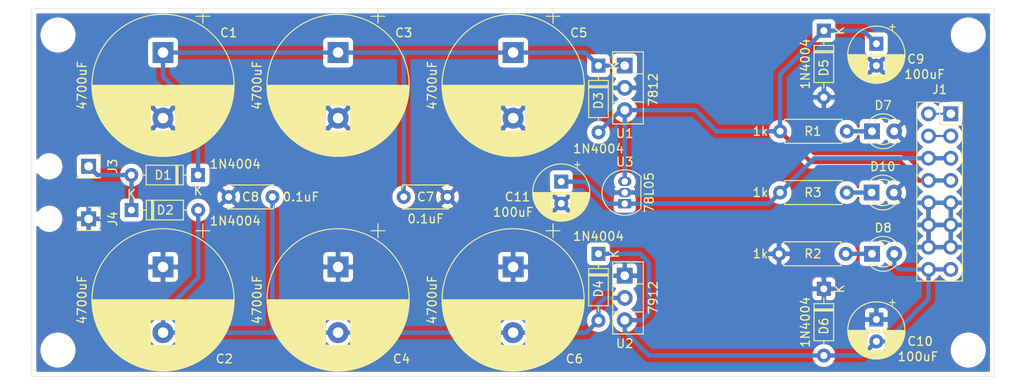
<source format=kicad_pcb>
(kicad_pcb (version 20171130) (host pcbnew "(5.1.4-0-10_14)")
  (layers (0 F.Cu signal) (31 B.Cu signal) (34 B.Paste user) (35 F.Paste user) (36 B.SilkS user) (37 F.SilkS user) (38 B.Mask user) (39 F.Mask user) (44 Edge.Cuts user))
  (net 0 "")
  (net 1 GND)
  (net 2 "Net-(C1-Pad1)")
  (net 3 "Net-(C2-Pad2)")
  (net 4 +5V)
  (net 5 +12V)
  (net 6 -12V)
  (net 7 "Net-(D1-Pad2)")
  (net 8 "Net-(D7-Pad1)")
  (net 9 "Net-(D8-Pad1)")
  (net 10 "Net-(D10-Pad1)")
  (net 11 /CV)
  (net 12 /Gate)
  (module Capacitor_THT:CP_Radial_D6.3mm_P2.50mm (layer F.Cu) (at 159.5 105.75 270)
    (fp_text reference C11 (at 1.75 5 180) (layer F.SilkS))
    (fp_text value 100uF (at 3.5 5.5 180) (layer F.SilkS))
    (pad 2 thru_hole circle (at 2.5 0 270) (size 1.6 1.6) (drill 0.8) (layers *.Cu *.Mask) (net 1 GND))
    (pad 1 thru_hole rect (at 0 0 270) (size 1.6 1.6) (drill 0.8) (layers *.Cu *.Mask) (net 4 +5V))
  )
  (module Capacitor_THT:CP_Radial_D6.3mm_P2.50mm (layer F.Cu) (at 195.5 121.5 270)
    (fp_text reference C10 (at 2.5 -5 180) (layer F.SilkS))
    (fp_text value 100uF (at 4.25 -4.75 180) (layer F.SilkS))
    (pad 2 thru_hole circle (at 2.5 0 270) (size 1.6 1.6) (drill 0.8) (layers *.Cu *.Mask) (net 6 -12V))
    (pad 1 thru_hole rect (at 0 0 270) (size 1.6 1.6) (drill 0.8) (layers *.Cu *.Mask) (net 1 GND))
  )
  (module Capacitor_THT:CP_Radial_D6.3mm_P2.50mm (layer F.Cu) (at 195.5 90 270)
    (fp_text reference C9 (at 1.75 -4.5 180) (layer F.SilkS))
    (fp_text value 100uF (at 3.5 -5.5 180) (layer F.SilkS))
    (pad 2 thru_hole circle (at 2.5 0 270) (size 1.6 1.6) (drill 0.8) (layers *.Cu *.Mask) (net 1 GND))
    (pad 1 thru_hole rect (at 0 0 270) (size 1.6 1.6) (drill 0.8) (layers *.Cu *.Mask) (net 5 +12V))
  )
  (module Package_TO_SOT_THT:TO-92_Inline (layer F.Cu) (at 166.75 108.27 90)
    (fp_text reference U3 (at 4.77 0 180) (layer F.SilkS))
    (fp_text value 78L05 (at 1.27 2.79 90) (layer F.SilkS))
    (pad 1 thru_hole rect (at 0 0 90) (size 1.05 1.5) (drill 0.75) (layers *.Cu *.Mask) (net 4 +5V))
    (pad 3 thru_hole oval (at 2.54 0 90) (size 1.05 1.5) (drill 0.75) (layers *.Cu *.Mask) (net 5 +12V))
    (pad 2 thru_hole oval (at 1.27 0 90) (size 1.05 1.5) (drill 0.75) (layers *.Cu *.Mask) (net 1 GND))
  )
  (module Package_TO_SOT_THT:TO-126-3_Vertical (layer F.Cu) (at 166.75 116.5 270)
    (fp_text reference U2 (at 7.75 0 180) (layer F.SilkS))
    (fp_text value 7912 (at 2.5 -3.25 90) (layer F.SilkS))
    (pad 3 thru_hole oval (at 5.08 0 270) (size 1.8 1.8) (drill 1) (layers *.Cu *.Mask) (net 6 -12V))
    (pad 2 thru_hole oval (at 2.54 0 270) (size 1.8 1.8) (drill 1) (layers *.Cu *.Mask) (net 3 "Net-(C2-Pad2)"))
    (pad 1 thru_hole rect (at 0 0 270) (size 1.8 1.8) (drill 1) (layers *.Cu *.Mask) (net 1 GND))
  )
  (module Package_TO_SOT_THT:TO-126-3_Vertical (layer F.Cu) (at 166.75 92.5 270)
    (fp_text reference U1 (at 7.75 0 180) (layer F.SilkS))
    (fp_text value 7812 (at 2.75 -3.25 90) (layer F.SilkS))
    (pad 3 thru_hole oval (at 5.08 0 270) (size 1.8 1.8) (drill 1) (layers *.Cu *.Mask) (net 5 +12V))
    (pad 2 thru_hole oval (at 2.54 0 270) (size 1.8 1.8) (drill 1) (layers *.Cu *.Mask) (net 1 GND))
    (pad 1 thru_hole rect (at 0 0 270) (size 1.8 1.8) (drill 1) (layers *.Cu *.Mask) (net 2 "Net-(C1-Pad1)"))
  )
  (module Resistor_THT:R_Axial_DIN0207_L6.3mm_D2.5mm_P7.62mm_Horizontal (layer F.Cu) (at 184.5 107)
    (fp_text reference R3 (at 3.75 0) (layer F.SilkS))
    (fp_text value 1k (at -2.25 0) (layer F.SilkS))
    (pad 2 thru_hole oval (at 7.62 0) (size 1.6 1.6) (drill 0.8) (layers *.Cu *.Mask) (net 10 "Net-(D10-Pad1)"))
    (pad 1 thru_hole circle (at 0 0) (size 1.6 1.6) (drill 0.8) (layers *.Cu *.Mask) (net 4 +5V))
  )
  (module Resistor_THT:R_Axial_DIN0207_L6.3mm_D2.5mm_P7.62mm_Horizontal (layer F.Cu) (at 192 114 180)
    (fp_text reference R2 (at 3.75 0) (layer F.SilkS))
    (fp_text value 1k (at 9.75 0) (layer F.SilkS))
    (pad 2 thru_hole oval (at 7.62 0 180) (size 1.6 1.6) (drill 0.8) (layers *.Cu *.Mask) (net 1 GND))
    (pad 1 thru_hole circle (at 0 0 180) (size 1.6 1.6) (drill 0.8) (layers *.Cu *.Mask) (net 9 "Net-(D8-Pad1)"))
  )
  (module Resistor_THT:R_Axial_DIN0207_L6.3mm_D2.5mm_P7.62mm_Horizontal (layer F.Cu) (at 184.5 100)
    (fp_text reference R1 (at 3.75 0) (layer F.SilkS))
    (fp_text value 1k (at -2.25 0) (layer F.SilkS))
    (pad 2 thru_hole oval (at 7.62 0) (size 1.6 1.6) (drill 0.8) (layers *.Cu *.Mask) (net 8 "Net-(D7-Pad1)"))
    (pad 1 thru_hole circle (at 0 0) (size 1.6 1.6) (drill 0.8) (layers *.Cu *.Mask) (net 5 +12V))
  )
  (module Connector_PinSocket_2.54mm:PinSocket_1x01_P2.54mm_Vertical (layer F.Cu) (at 105.5 110)
    (fp_text reference J4 (at 2.75 0 90) (layer F.SilkS))
    (fp_text value 12V)
    (pad 1 thru_hole rect (at 0 0) (size 1.7 1.7) (drill 1) (layers *.Cu *.Mask) (net 1 GND))
  )
  (module Connector_PinSocket_2.54mm:PinSocket_1x01_P2.54mm_Vertical (layer F.Cu) (at 105.5 104)
    (fp_text reference J3 (at 2.75 0 90) (layer F.SilkS))
    (fp_text value 12V)
    (pad 1 thru_hole rect (at 0 0) (size 1.7 1.7) (drill 1) (layers *.Cu *.Mask) (net 7 "Net-(D1-Pad2)"))
  )
  (module MountingHole:MountingHole_2mm (layer F.Cu) (at 101 110)
    (fp_text reference H6)
    (fp_text value -)
    (pad "" np_thru_hole circle (at 0 0) (size 2 2) (drill 2) (layers *.Cu *.Mask))
  )
  (module MountingHole:MountingHole_2mm (layer F.Cu) (at 101 104)
    (fp_text reference H5)
    (fp_text value +)
    (pad "" np_thru_hole circle (at 0 0) (size 2 2) (drill 2) (layers *.Cu *.Mask))
  )
  (module MountingHole:MountingHole_3mm (layer F.Cu) (at 102 125)
    (fp_text reference H4)
    (fp_text value H3)
    (pad 1 np_thru_hole circle (at 0 0) (size 3 3) (drill 3) (layers *.Cu *.Mask))
  )
  (module MountingHole:MountingHole_3mm (layer F.Cu) (at 206 125)
    (fp_text reference H3)
    (fp_text value H2)
    (pad 1 np_thru_hole circle (at 0 0) (size 3 3) (drill 3) (layers *.Cu *.Mask))
  )
  (module MountingHole:MountingHole_3mm (layer F.Cu) (at 206 89)
    (fp_text reference H2)
    (fp_text value H4)
    (pad 1 np_thru_hole circle (at 0 0) (size 3 3) (drill 3) (layers *.Cu *.Mask))
  )
  (module MountingHole:MountingHole_3mm (layer F.Cu) (at 102 89)
    (fp_text reference H1)
    (fp_text value H1)
    (pad 1 np_thru_hole circle (at 0 0) (size 3 3) (drill 3) (layers *.Cu *.Mask))
  )
  (module LED_THT:LED_D3.0mm (layer F.Cu) (at 194.96 107)
    (fp_text reference D10 (at 1.27 -2.96) (layer F.SilkS))
    (fp_text value LED)
    (pad 2 thru_hole circle (at 2.54 0) (size 1.8 1.8) (drill 0.9) (layers *.Cu *.Mask) (net 1 GND))
    (pad 1 thru_hole rect (at 0 0) (size 1.8 1.8) (drill 0.9) (layers *.Cu *.Mask) (net 10 "Net-(D10-Pad1)"))
  )
  (module LED_THT:LED_D3.0mm (layer F.Cu) (at 195 114)
    (fp_text reference D8 (at 1.27 -2.96) (layer F.SilkS))
    (fp_text value LED)
    (pad 2 thru_hole circle (at 2.54 0) (size 1.8 1.8) (drill 0.9) (layers *.Cu *.Mask) (net 6 -12V))
    (pad 1 thru_hole rect (at 0 0) (size 1.8 1.8) (drill 0.9) (layers *.Cu *.Mask) (net 9 "Net-(D8-Pad1)"))
  )
  (module LED_THT:LED_D3.0mm (layer F.Cu) (at 195 100)
    (fp_text reference D7 (at 1.27 -2.96) (layer F.SilkS))
    (fp_text value LED)
    (pad 2 thru_hole circle (at 2.54 0) (size 1.8 1.8) (drill 0.9) (layers *.Cu *.Mask) (net 1 GND))
    (pad 1 thru_hole rect (at 0 0) (size 1.8 1.8) (drill 0.9) (layers *.Cu *.Mask) (net 8 "Net-(D7-Pad1)"))
  )
  (module Diode_THT:D_DO-35_SOD27_P7.62mm_Horizontal (layer F.Cu) (at 189.5 118 270)
    (fp_text reference D6 (at 4.25 0 90) (layer F.SilkS))
    (fp_text value 1N4004 (at 3.81 2.12 90) (layer F.SilkS))
    (fp_text user K (at 0 -1.8 90) (layer F.SilkS))
    (pad 2 thru_hole oval (at 7.62 0 270) (size 1.6 1.6) (drill 0.8) (layers *.Cu *.Mask) (net 6 -12V))
    (pad 1 thru_hole rect (at 0 0 270) (size 1.6 1.6) (drill 0.8) (layers *.Cu *.Mask) (net 1 GND))
  )
  (module Diode_THT:D_DO-35_SOD27_P7.62mm_Horizontal (layer F.Cu) (at 189.5 88.5 270)
    (fp_text reference D5 (at 4.25 0 90) (layer F.SilkS))
    (fp_text value 1N4004 (at 3.81 2.12 90) (layer F.SilkS))
    (fp_text user K (at 0 -1.8 90) (layer F.SilkS))
    (pad 2 thru_hole oval (at 7.62 0 270) (size 1.6 1.6) (drill 0.8) (layers *.Cu *.Mask) (net 1 GND))
    (pad 1 thru_hole rect (at 0 0 270) (size 1.6 1.6) (drill 0.8) (layers *.Cu *.Mask) (net 5 +12V))
  )
  (module Diode_THT:D_DO-35_SOD27_P7.62mm_Horizontal (layer F.Cu) (at 163.75 114 270)
    (fp_text reference D4 (at 4 0 90) (layer F.SilkS))
    (fp_text value 1N4004 (at -2 0 180) (layer F.SilkS))
    (fp_text user K (at 0 -1.8 90) (layer F.SilkS))
    (pad 2 thru_hole oval (at 7.62 0 270) (size 1.6 1.6) (drill 0.8) (layers *.Cu *.Mask) (net 3 "Net-(C2-Pad2)"))
    (pad 1 thru_hole rect (at 0 0 270) (size 1.6 1.6) (drill 0.8) (layers *.Cu *.Mask) (net 6 -12V))
  )
  (module Diode_THT:D_DO-35_SOD27_P7.62mm_Horizontal (layer F.Cu) (at 163.75 92.5 270)
    (fp_text reference D3 (at 4 0 90) (layer F.SilkS))
    (fp_text value 1N4004 (at 9.5 0 180) (layer F.SilkS))
    (fp_text user K (at 0 -1.8 90) (layer F.SilkS))
    (pad 2 thru_hole oval (at 7.62 0 270) (size 1.6 1.6) (drill 0.8) (layers *.Cu *.Mask) (net 5 +12V))
    (pad 1 thru_hole rect (at 0 0 270) (size 1.6 1.6) (drill 0.8) (layers *.Cu *.Mask) (net 2 "Net-(C1-Pad1)"))
  )
  (module Diode_THT:D_DO-35_SOD27_P7.62mm_Horizontal (layer F.Cu) (at 110.4 109)
    (fp_text reference D2 (at 3.85 0) (layer F.SilkS))
    (fp_text value 1N4004 (at 11.85 1.25) (layer F.SilkS))
    (fp_text user K (at 0 -1.8) (layer F.SilkS))
    (pad 2 thru_hole oval (at 7.62 0) (size 1.6 1.6) (drill 0.8) (layers *.Cu *.Mask) (net 3 "Net-(C2-Pad2)"))
    (pad 1 thru_hole rect (at 0 0) (size 1.6 1.6) (drill 0.8) (layers *.Cu *.Mask) (net 7 "Net-(D1-Pad2)"))
  )
  (module Diode_THT:D_DO-35_SOD27_P7.62mm_Horizontal (layer F.Cu) (at 118 105 180)
    (fp_text reference D1 (at 4 0) (layer F.SilkS))
    (fp_text value 1N4004 (at -4.25 1.25) (layer F.SilkS))
    (fp_text user K (at 0 -1.8) (layer F.SilkS))
    (pad 2 thru_hole oval (at 7.62 0 180) (size 1.6 1.6) (drill 0.8) (layers *.Cu *.Mask) (net 7 "Net-(D1-Pad2)"))
    (pad 1 thru_hole rect (at 0 0 180) (size 1.6 1.6) (drill 0.8) (layers *.Cu *.Mask) (net 2 "Net-(C1-Pad1)"))
  )
  (module Capacitor_THT:C_Disc_D5.0mm_W2.5mm_P5.00mm (layer F.Cu) (at 121.5 107.5)
    (fp_text reference C8 (at 2.5 0) (layer F.SilkS))
    (fp_text value 0.1uF (at 8.25 0) (layer F.SilkS))
    (pad 2 thru_hole circle (at 5 0) (size 1.6 1.6) (drill 0.8) (layers *.Cu *.Mask) (net 3 "Net-(C2-Pad2)"))
    (pad 1 thru_hole circle (at 0 0) (size 1.6 1.6) (drill 0.8) (layers *.Cu *.Mask) (net 1 GND))
  )
  (module Capacitor_THT:C_Disc_D5.0mm_W2.5mm_P5.00mm (layer F.Cu) (at 141.5 107.5)
    (fp_text reference C7 (at 2.5 0) (layer F.SilkS))
    (fp_text value 0.1uF (at 2.5 2.5) (layer F.SilkS))
    (pad 2 thru_hole circle (at 5 0) (size 1.6 1.6) (drill 0.8) (layers *.Cu *.Mask) (net 1 GND))
    (pad 1 thru_hole circle (at 0 0) (size 1.6 1.6) (drill 0.8) (layers *.Cu *.Mask) (net 2 "Net-(C1-Pad1)"))
  )
  (module Capacitor_THT:CP_Radial_D16.0mm_P7.50mm (layer F.Cu) (at 154 115.5 270)
    (fp_text reference C6 (at 10.5 -7 180) (layer F.SilkS))
    (fp_text value 4700uF (at 3.75 9.25 90) (layer F.SilkS))
    (pad 2 thru_hole circle (at 7.5 0 270) (size 2.4 2.4) (drill 1.2) (layers *.Cu *.Mask) (net 3 "Net-(C2-Pad2)"))
    (pad 1 thru_hole rect (at 0 0 270) (size 2.4 2.4) (drill 1.2) (layers *.Cu *.Mask) (net 1 GND))
  )
  (module Capacitor_THT:CP_Radial_D16.0mm_P7.50mm (layer F.Cu) (at 154 91 270)
    (fp_text reference C5 (at -2.25 -7.5 180) (layer F.SilkS))
    (fp_text value 4700uF (at 3.75 9.25 90) (layer F.SilkS))
    (pad 2 thru_hole circle (at 7.5 0 270) (size 2.4 2.4) (drill 1.2) (layers *.Cu *.Mask) (net 1 GND))
    (pad 1 thru_hole rect (at 0 0 270) (size 2.4 2.4) (drill 1.2) (layers *.Cu *.Mask) (net 2 "Net-(C1-Pad1)"))
  )
  (module Capacitor_THT:CP_Radial_D16.0mm_P7.50mm (layer F.Cu) (at 134 115.5 270)
    (fp_text reference C4 (at 10.5 -7.25 180) (layer F.SilkS))
    (fp_text value 4700uF (at 3.75 9.25 90) (layer F.SilkS))
    (pad 2 thru_hole circle (at 7.5 0 270) (size 2.4 2.4) (drill 1.2) (layers *.Cu *.Mask) (net 3 "Net-(C2-Pad2)"))
    (pad 1 thru_hole rect (at 0 0 270) (size 2.4 2.4) (drill 1.2) (layers *.Cu *.Mask) (net 1 GND))
  )
  (module Capacitor_THT:CP_Radial_D16.0mm_P7.50mm (layer F.Cu) (at 134 91 270)
    (fp_text reference C3 (at -2.25 -7.5 180) (layer F.SilkS))
    (fp_text value 4700uF (at 3.75 9.25 90) (layer F.SilkS))
    (pad 2 thru_hole circle (at 7.5 0 270) (size 2.4 2.4) (drill 1.2) (layers *.Cu *.Mask) (net 1 GND))
    (pad 1 thru_hole rect (at 0 0 270) (size 2.4 2.4) (drill 1.2) (layers *.Cu *.Mask) (net 2 "Net-(C1-Pad1)"))
  )
  (module Capacitor_THT:CP_Radial_D16.0mm_P7.50mm (layer F.Cu) (at 114 115.5 270)
    (fp_text reference C2 (at 10.5 -7 180) (layer F.SilkS))
    (fp_text value 4700uF (at 3.75 9.25 90) (layer F.SilkS))
    (pad 2 thru_hole circle (at 7.5 0 270) (size 2.4 2.4) (drill 1.2) (layers *.Cu *.Mask) (net 3 "Net-(C2-Pad2)"))
    (pad 1 thru_hole rect (at 0 0 270) (size 2.4 2.4) (drill 1.2) (layers *.Cu *.Mask) (net 1 GND))
  )
  (module Capacitor_THT:CP_Radial_D16.0mm_P7.50mm (layer F.Cu) (at 114 91 270)
    (fp_text reference C1 (at -2.25 -7.5 180) (layer F.SilkS))
    (fp_text value 4700uF (at 3.75 9.25 90) (layer F.SilkS))
    (pad 2 thru_hole circle (at 7.5 0 270) (size 2.4 2.4) (drill 1.2) (layers *.Cu *.Mask) (net 1 GND))
    (pad 1 thru_hole rect (at 0 0 270) (size 2.4 2.4) (drill 1.2) (layers *.Cu *.Mask) (net 2 "Net-(C1-Pad1)"))
  )
  (module Connector_PinSocket_2.54mm:PinSocket_2x08_P2.54mm_Vertical (layer F.Cu) (at 204 98)
    (fp_text reference J1 (at -1.27 -2.77) (layer F.SilkS))
    (fp_text value Power_Header)
    (pad 16 thru_hole oval (at -2.54 17.78) (size 1.7 1.7) (drill 1) (layers *.Cu *.Mask) (net 6 -12V))
    (pad 15 thru_hole oval (at 0 17.78) (size 1.7 1.7) (drill 1) (layers *.Cu *.Mask) (net 6 -12V))
    (pad 14 thru_hole oval (at -2.54 15.24) (size 1.7 1.7) (drill 1) (layers *.Cu *.Mask) (net 1 GND))
    (pad 13 thru_hole oval (at 0 15.24) (size 1.7 1.7) (drill 1) (layers *.Cu *.Mask) (net 1 GND))
    (pad 12 thru_hole oval (at -2.54 12.7) (size 1.7 1.7) (drill 1) (layers *.Cu *.Mask) (net 1 GND))
    (pad 11 thru_hole oval (at 0 12.7) (size 1.7 1.7) (drill 1) (layers *.Cu *.Mask) (net 1 GND))
    (pad 10 thru_hole oval (at -2.54 10.16) (size 1.7 1.7) (drill 1) (layers *.Cu *.Mask) (net 1 GND))
    (pad 9 thru_hole oval (at 0 10.16) (size 1.7 1.7) (drill 1) (layers *.Cu *.Mask) (net 1 GND))
    (pad 8 thru_hole oval (at -2.54 7.62) (size 1.7 1.7) (drill 1) (layers *.Cu *.Mask) (net 5 +12V))
    (pad 7 thru_hole oval (at 0 7.62) (size 1.7 1.7) (drill 1) (layers *.Cu *.Mask) (net 5 +12V))
    (pad 6 thru_hole oval (at -2.54 5.08) (size 1.7 1.7) (drill 1) (layers *.Cu *.Mask) (net 4 +5V))
    (pad 5 thru_hole oval (at 0 5.08) (size 1.7 1.7) (drill 1) (layers *.Cu *.Mask) (net 4 +5V))
    (pad 4 thru_hole oval (at -2.54 2.54) (size 1.7 1.7) (drill 1) (layers *.Cu *.Mask) (net 11 /CV))
    (pad 3 thru_hole oval (at 0 2.54) (size 1.7 1.7) (drill 1) (layers *.Cu *.Mask) (net 11 /CV))
    (pad 2 thru_hole oval (at -2.54 0) (size 1.7 1.7) (drill 1) (layers *.Cu *.Mask) (net 12 /Gate))
    (pad 1 thru_hole rect (at 0 0) (size 1.7 1.7) (drill 1) (layers *.Cu *.Mask) (net 12 /Gate))
  )
  (gr_line (start 99 86) (end 99 128) (layer Edge.Cuts) (width 0.05))
  (gr_line (start 99 128) (end 209 128) (layer Edge.Cuts) (width 0.05))
  (gr_line (start 209 86) (end 209 128) (layer Edge.Cuts) (width 0.05))
  (gr_line (start 99 86) (end 209 86) (layer Edge.Cuts) (width 0.05))
  (segment (start 118 105) (end 118 97.75) (width 0.5) (layer B.Cu) (net 2))
  (segment (start 114 93.75) (end 114 91) (width 0.5) (layer B.Cu) (net 2))
  (segment (start 118 97.75) (end 114 93.75) (width 0.5) (layer B.Cu) (net 2))
  (segment (start 114 91) (end 134 91) (width 0.5) (layer B.Cu) (net 2))
  (segment (start 134 91) (end 135.7 91) (width 0.5) (layer B.Cu) (net 2))
  (segment (start 162.75 91.5) (end 163.75 92.5) (width 0.5) (layer B.Cu) (net 2))
  (segment (start 162.25 91) (end 162.75 91.5) (width 0.5) (layer B.Cu) (net 2))
  (segment (start 154 91) (end 162.25 91) (width 0.5) (layer B.Cu) (net 2))
  (segment (start 163.75 92.5) (end 166.75 92.5) (width 0.5) (layer B.Cu) (net 2))
  (segment (start 141.5 107.5) (end 141.5 91) (width 0.5) (layer B.Cu) (net 2))
  (segment (start 141.5 91) (end 154 91) (width 0.5) (layer B.Cu) (net 2))
  (segment (start 135.7 91) (end 141.5 91) (width 0.5) (layer B.Cu) (net 2))
  (segment (start 114 123) (end 114 120.75) (width 0.5) (layer B.Cu) (net 3))
  (segment (start 118.02 116.73) (end 118.02 109) (width 0.5) (layer B.Cu) (net 3))
  (segment (start 114 120.75) (end 118.02 116.73) (width 0.5) (layer B.Cu) (net 3))
  (segment (start 134 123) (end 154 123) (width 0.5) (layer B.Cu) (net 3))
  (segment (start 162.37 123) (end 163.75 121.62) (width 0.5) (layer B.Cu) (net 3))
  (segment (start 154 123) (end 162.37 123) (width 0.5) (layer B.Cu) (net 3))
  (segment (start 166.75 119.04) (end 166.33 119.04) (width 0.5) (layer B.Cu) (net 3))
  (segment (start 163.75 121.62) (end 163.75 119.75) (width 0.5) (layer B.Cu) (net 3))
  (segment (start 164.46 119.04) (end 166.75 119.04) (width 0.5) (layer B.Cu) (net 3))
  (segment (start 163.75 119.75) (end 164.46 119.04) (width 0.5) (layer B.Cu) (net 3))
  (segment (start 126.5 122.87) (end 126.63 123) (width 0.5) (layer B.Cu) (net 3))
  (segment (start 126.5 107.5) (end 126.5 122.87) (width 0.5) (layer B.Cu) (net 3))
  (segment (start 126.63 123) (end 134 123) (width 0.5) (layer B.Cu) (net 3))
  (segment (start 114 123) (end 126.63 123) (width 0.5) (layer B.Cu) (net 3))
  (segment (start 201.46 103.08) (end 204 103.08) (width 0.5) (layer B.Cu) (net 4))
  (segment (start 166.75 108.27) (end 164.77 108.27) (width 0.5) (layer B.Cu) (net 4))
  (segment (start 162.25 105.75) (end 159.5 105.75) (width 0.5) (layer B.Cu) (net 4))
  (segment (start 164.77 108.27) (end 162.25 105.75) (width 0.5) (layer B.Cu) (net 4))
  (segment (start 183.23 108.27) (end 184.5 107) (width 0.5) (layer B.Cu) (net 4))
  (segment (start 166.75 108.27) (end 183.23 108.27) (width 0.5) (layer B.Cu) (net 4))
  (segment (start 188.42 103.08) (end 201.46 103.08) (width 0.5) (layer B.Cu) (net 4))
  (segment (start 184.5 107) (end 188.42 103.08) (width 0.5) (layer B.Cu) (net 4))
  (segment (start 166.29 97.58) (end 163.75 100.12) (width 0.5) (layer B.Cu) (net 5))
  (segment (start 166.75 97.58) (end 166.29 97.58) (width 0.5) (layer B.Cu) (net 5))
  (segment (start 201.46 105.62) (end 204 105.62) (width 0.5) (layer B.Cu) (net 5))
  (segment (start 166.75 97.58) (end 166.75 105.73) (width 0.5) (layer B.Cu) (net 5))
  (segment (start 174.83 97.58) (end 166.75 97.58) (width 0.5) (layer B.Cu) (net 5))
  (segment (start 177.25 100) (end 174.83 97.58) (width 0.5) (layer B.Cu) (net 5))
  (segment (start 184.5 100) (end 177.25 100) (width 0.5) (layer B.Cu) (net 5))
  (segment (start 184.5 93.5) (end 184.5 100) (width 0.5) (layer B.Cu) (net 5))
  (segment (start 189.5 88.5) (end 184.5 93.5) (width 0.5) (layer B.Cu) (net 5))
  (segment (start 194 88.5) (end 189.5 88.5) (width 0.5) (layer B.Cu) (net 5))
  (segment (start 195.5 90) (end 194 88.5) (width 0.5) (layer B.Cu) (net 5))
  (segment (start 188 103.5) (end 184.5 100) (width 0.5) (layer F.Cu) (net 5))
  (segment (start 198.25 103.5) (end 188 103.5) (width 0.5) (layer F.Cu) (net 5))
  (segment (start 200.37 105.62) (end 198.25 103.5) (width 0.5) (layer F.Cu) (net 5))
  (segment (start 201.46 105.62) (end 200.37 105.62) (width 0.5) (layer F.Cu) (net 5))
  (segment (start 201.46 115.78) (end 204 115.78) (width 0.5) (layer B.Cu) (net 6))
  (segment (start 169.517208 125.62) (end 189.5 125.62) (width 0.5) (layer B.Cu) (net 6))
  (segment (start 166.75 122.852792) (end 169.517208 125.62) (width 0.5) (layer B.Cu) (net 6))
  (segment (start 166.75 121.58) (end 166.75 122.852792) (width 0.5) (layer B.Cu) (net 6))
  (segment (start 193.88 125.62) (end 195.5 124) (width 0.5) (layer B.Cu) (net 6))
  (segment (start 189.5 125.62) (end 193.88 125.62) (width 0.5) (layer B.Cu) (net 6))
  (segment (start 201.46 116.982081) (end 201.46 115.78) (width 0.5) (layer B.Cu) (net 6))
  (segment (start 201.46 119.17137) (end 201.46 116.982081) (width 0.5) (layer B.Cu) (net 6))
  (segment (start 196.63137 124) (end 201.46 119.17137) (width 0.5) (layer B.Cu) (net 6))
  (segment (start 195.5 124) (end 196.63137 124) (width 0.5) (layer B.Cu) (net 6))
  (segment (start 200.257919 115.78) (end 201.46 115.78) (width 0.5) (layer B.Cu) (net 6))
  (segment (start 198.047208 115.78) (end 200.257919 115.78) (width 0.5) (layer B.Cu) (net 6))
  (segment (start 197.54 115.272792) (end 198.047208 115.78) (width 0.5) (layer B.Cu) (net 6))
  (segment (start 197.54 114) (end 197.54 115.272792) (width 0.5) (layer B.Cu) (net 6))
  (segment (start 169.5 120.75) (end 168.67 121.58) (width 0.5) (layer B.Cu) (net 6))
  (segment (start 169.5 115) (end 169.5 120.75) (width 0.5) (layer B.Cu) (net 6))
  (segment (start 168.5 114) (end 169.5 115) (width 0.5) (layer B.Cu) (net 6))
  (segment (start 168.67 121.58) (end 166.75 121.58) (width 0.5) (layer B.Cu) (net 6))
  (segment (start 163.75 114) (end 168.5 114) (width 0.5) (layer B.Cu) (net 6))
  (segment (start 106.5 105) (end 105.5 104) (width 0.5) (layer B.Cu) (net 7))
  (segment (start 110.38 105) (end 106.5 105) (width 0.5) (layer B.Cu) (net 7))
  (segment (start 110.4 105.02) (end 110.38 105) (width 0.5) (layer B.Cu) (net 7))
  (segment (start 110.4 109) (end 110.4 105.02) (width 0.5) (layer B.Cu) (net 7))
  (segment (start 192.12 100) (end 195 100) (width 0.5) (layer B.Cu) (net 8))
  (segment (start 192 114) (end 195 114) (width 0.5) (layer B.Cu) (net 9))
  (segment (start 192.12 107) (end 194.96 107) (width 0.5) (layer B.Cu) (net 10))
  (segment (start 202.662081 100.54) (end 204 100.54) (width 0.25) (layer B.Cu) (net 11))
  (segment (start 201.46 100.54) (end 202.662081 100.54) (width 0.25) (layer B.Cu) (net 11))
  (segment (start 201.46 98) (end 204 98) (width 0.25) (layer B.Cu) (net 12))
  (zone (net 1) (net_name GND) (layer F.Cu) (connect_pads (clearance 0.508)) (min_thickness 0.254) (fill yes (arc_segments 32) (thermal_gap 0.508) (thermal_bridge_width 0.508))
    (polygon (pts (xy 98 85) (xy 210 85) (xy 210 129) (xy 98 129)))
  )
  (zone (net 1) (net_name GND) (layer B.Cu) (connect_pads (clearance 0.508)) (min_thickness 0.254) (fill yes (arc_segments 32) (thermal_gap 0.508) (thermal_bridge_width 0.508))
    (polygon (pts (xy 98 85) (xy 210 85) (xy 210 129) (xy 98 129)))
  )
)
</source>
